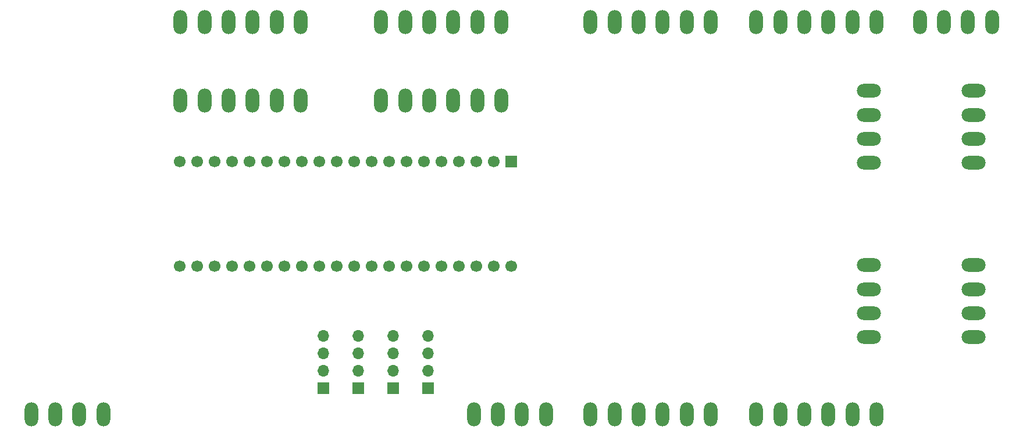
<source format=gbr>
%TF.GenerationSoftware,KiCad,Pcbnew,8.0.2*%
%TF.CreationDate,2024-06-18T22:48:15+02:00*%
%TF.ProjectId,radom-controller,7261646f-6d2d-4636-9f6e-74726f6c6c65,rev?*%
%TF.SameCoordinates,Original*%
%TF.FileFunction,Soldermask,Bot*%
%TF.FilePolarity,Negative*%
%FSLAX46Y46*%
G04 Gerber Fmt 4.6, Leading zero omitted, Abs format (unit mm)*
G04 Created by KiCad (PCBNEW 8.0.2) date 2024-06-18 22:48:15*
%MOMM*%
%LPD*%
G01*
G04 APERTURE LIST*
%ADD10O,2.000000X3.500000*%
%ADD11O,3.500000X2.000000*%
%ADD12R,1.700000X1.700000*%
%ADD13C,1.700000*%
%ADD14O,1.700000X1.700000*%
G04 APERTURE END LIST*
D10*
%TO.C,J8*%
X124320000Y-82550000D03*
X120820000Y-82550000D03*
X117320000Y-82550000D03*
X113820000Y-82550000D03*
X110320000Y-82550000D03*
X106820000Y-82550000D03*
%TD*%
%TO.C,J10*%
X178930000Y-71120000D03*
X175430000Y-71120000D03*
X171930000Y-71120000D03*
X168430000Y-71120000D03*
X164930000Y-71120000D03*
X161430000Y-71120000D03*
%TD*%
%TO.C,J3*%
X137300000Y-128270000D03*
X140800000Y-128270000D03*
X144300000Y-128270000D03*
X147800000Y-128270000D03*
X151300000Y-128270000D03*
X154800000Y-128270000D03*
%TD*%
%TO.C,J4*%
X120310000Y-128270000D03*
X123810000Y-128270000D03*
X127310000Y-128270000D03*
X130810000Y-128270000D03*
%TD*%
%TO.C,J2*%
X161430000Y-128270000D03*
X164930000Y-128270000D03*
X168430000Y-128270000D03*
X171930000Y-128270000D03*
X175430000Y-128270000D03*
X178930000Y-128270000D03*
%TD*%
D11*
%TO.C,J12*%
X177800000Y-117010000D03*
X177800000Y-113510000D03*
X177800000Y-110010000D03*
X177800000Y-106510000D03*
%TD*%
D12*
%TO.C,U3*%
X125730000Y-91440000D03*
D13*
X123190000Y-91440000D03*
X120650000Y-91440000D03*
X118110000Y-91440000D03*
X115570000Y-91440000D03*
X113030000Y-91440000D03*
X110490000Y-91440000D03*
X107950000Y-91440000D03*
X105410000Y-91440000D03*
X102870000Y-91440000D03*
X100330000Y-91440000D03*
X97790000Y-91440000D03*
X95250000Y-91440000D03*
X92710000Y-91440000D03*
X90170000Y-91440000D03*
X87630000Y-91440000D03*
X85090000Y-91440000D03*
X82550000Y-91440000D03*
X80010000Y-91440000D03*
X77470000Y-91440000D03*
X77470000Y-106680000D03*
X80010000Y-106680000D03*
X82550000Y-106680000D03*
X85090000Y-106680000D03*
X87630000Y-106680000D03*
X90170000Y-106680000D03*
X92710000Y-106680000D03*
X95250000Y-106680000D03*
X97790000Y-106680000D03*
X100330000Y-106680000D03*
X102870000Y-106680000D03*
X105410000Y-106680000D03*
X107950000Y-106680000D03*
X110490000Y-106680000D03*
X113030000Y-106680000D03*
X115570000Y-106680000D03*
X118110000Y-106680000D03*
X120650000Y-106680000D03*
X123190000Y-106680000D03*
X125730000Y-106680000D03*
%TD*%
D10*
%TO.C,J9*%
X154800000Y-71120000D03*
X151300000Y-71120000D03*
X147800000Y-71120000D03*
X144300000Y-71120000D03*
X140800000Y-71120000D03*
X137300000Y-71120000D03*
%TD*%
D11*
%TO.C,J16*%
X193040000Y-91610000D03*
X193040000Y-88110000D03*
X193040000Y-84610000D03*
X193040000Y-81110000D03*
%TD*%
D10*
%TO.C,J6*%
X124320000Y-71120000D03*
X120820000Y-71120000D03*
X117320000Y-71120000D03*
X113820000Y-71120000D03*
X110320000Y-71120000D03*
X106820000Y-71120000D03*
%TD*%
D12*
%TO.C,J13*%
X113665000Y-124460000D03*
D14*
X113665000Y-121920000D03*
X113665000Y-119380000D03*
X113665000Y-116840000D03*
%TD*%
D10*
%TO.C,J5*%
X95110000Y-71120000D03*
X91610000Y-71120000D03*
X88110000Y-71120000D03*
X84610000Y-71120000D03*
X81110000Y-71120000D03*
X77610000Y-71120000D03*
%TD*%
D11*
%TO.C,J14*%
X193040000Y-117010000D03*
X193040000Y-113510000D03*
X193040000Y-110010000D03*
X193040000Y-106510000D03*
%TD*%
D12*
%TO.C,J17*%
X103505000Y-124460000D03*
D14*
X103505000Y-121920000D03*
X103505000Y-119380000D03*
X103505000Y-116840000D03*
%TD*%
D11*
%TO.C,J18*%
X177800000Y-91610000D03*
X177800000Y-88110000D03*
X177800000Y-84610000D03*
X177800000Y-81110000D03*
%TD*%
D12*
%TO.C,J15*%
X108585000Y-124460000D03*
D14*
X108585000Y-121920000D03*
X108585000Y-119380000D03*
X108585000Y-116840000D03*
%TD*%
D10*
%TO.C,J11*%
X195750000Y-71120000D03*
X192250000Y-71120000D03*
X188750000Y-71120000D03*
X185250000Y-71120000D03*
%TD*%
%TO.C,J1*%
X55880000Y-128270000D03*
X59380000Y-128270000D03*
X62880000Y-128270000D03*
X66380000Y-128270000D03*
%TD*%
%TO.C,J7*%
X95110000Y-82550000D03*
X91610000Y-82550000D03*
X88110000Y-82550000D03*
X84610000Y-82550000D03*
X81110000Y-82550000D03*
X77610000Y-82550000D03*
%TD*%
D12*
%TO.C,J19*%
X98425000Y-124460000D03*
D14*
X98425000Y-121920000D03*
X98425000Y-119380000D03*
X98425000Y-116840000D03*
%TD*%
M02*

</source>
